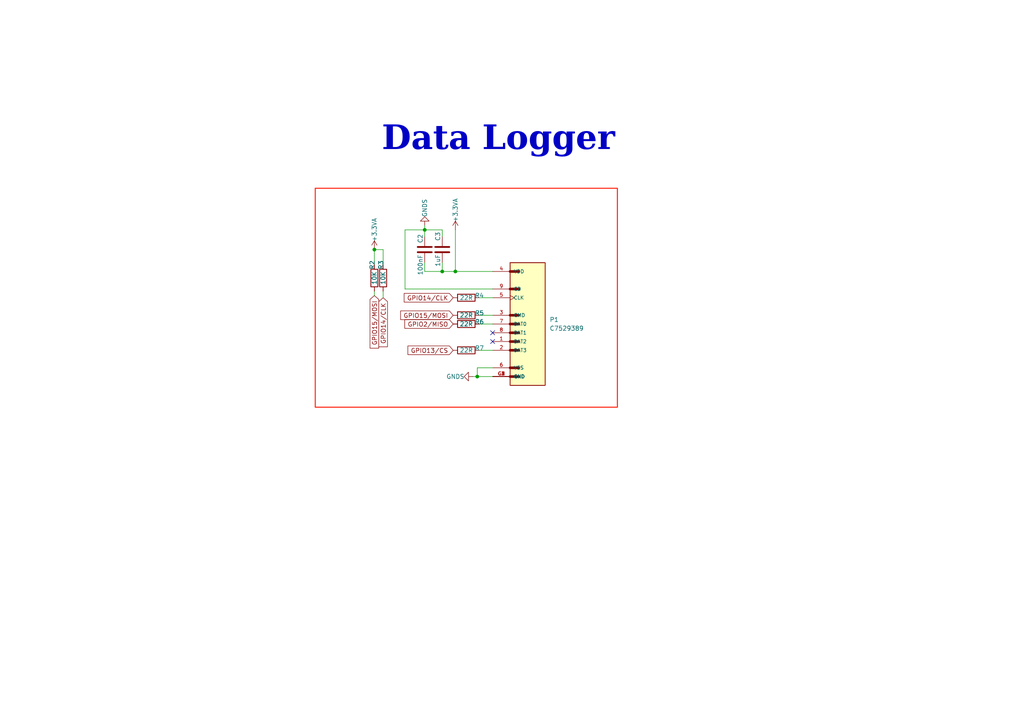
<source format=kicad_sch>
(kicad_sch (version 20231120) (generator "eeschema") (generator_version "8.0")
  (paper "A4")
  (lib_symbols
    (symbol "Device:C" (pin_numbers hide) (pin_names (offset 0.254))
      (property "Reference" "C" (at 0.635 2.54 0))
      (property "Value" "C" (at 0.635 -2.54 0))
      (symbol "C_0_1"
        (polyline (pts (xy -2.032 -0.762) (xy 2.032 -0.762)) (stroke (width 0.508)))
        (polyline (pts (xy -2.032 0.762) (xy 2.032 0.762)) (stroke (width 0.508)))
      )
      (symbol "C_1_1"
        (pin passive line (at 0 3.81 270) (length 2.794) (name "~") (number "1"))
        (pin passive line (at 0 -3.81 90) (length 2.794) (name "~") (number "2"))
      )
    )
    (symbol "Device:R" (pin_numbers hide) (pin_names (offset 0))
      (property "Reference" "R" (at 2.032 0 90))
      (property "Value" "R" (at 0 0 90))
      (symbol "R_0_1"
        (rectangle (start -1.016 -2.54) (end 1.016 2.54) (stroke (width 0.254)))
      )
      (symbol "R_1_1"
        (pin passive line (at 0 3.81 270) (length 1.27) (name "~") (number "1"))
        (pin passive line (at 0 -3.81 90) (length 1.27) (name "~") (number "2"))
      )
    )
    (symbol "ST-TF-003A:ST-TF-003A" (pin_names (offset 1.016))
      (property "Reference" "P" (at 0 17.7943 0))
      (property "Value" "ST-TF-003A" (at 0 -20.3492 0))
      (symbol "ST-TF-003A_0_0"
        (rectangle (start 0 -17.78) (end 10.16 17.78) (stroke (width 0.254)) (fill (type background)))
        (polyline (pts (xy 0 -15.24) (xy 2.54 -15.24)) (stroke (width 0.762)))
        (polyline (pts (xy 0 -12.7) (xy 2.54 -12.7)) (stroke (width 0.762)))
        (polyline (pts (xy 0 -7.62) (xy 2.54 -7.62)) (stroke (width 0.762)))
        (polyline (pts (xy 0 -5.08) (xy 2.54 -5.08)) (stroke (width 0.762)))
        (polyline (pts (xy 0 -2.54) (xy 2.54 -2.54)) (stroke (width 0.762)))
        (polyline (pts (xy 0 0) (xy 2.54 0)) (stroke (width 0.762)))
        (polyline (pts (xy 0 2.54) (xy 2.54 2.54)) (stroke (width 0.762)))
        (polyline (pts (xy 0 10.16) (xy 2.54 10.16)) (stroke (width 0.762)))
        (polyline (pts (xy 0 15.24) (xy 2.54 15.24)) (stroke (width 0.762)))
        (pin bidirectional line (at -5.08 -5.08 0) (length 5.08) (name "DAT2") (number "1"))
        (pin bidirectional line (at -5.08 -7.62 0) (length 5.08) (name "DAT3") (number "2"))
        (pin bidirectional line (at -5.08 2.54 0) (length 5.08) (name "CMD") (number "3"))
        (pin power_in line (at -5.08 15.24 0) (length 5.08) (name "VDD") (number "4"))
        (pin input clock (at -5.08 7.62 0) (length 5.08) (name "CLK") (number "5"))
        (pin passive line (at -5.08 -12.7 0) (length 5.08) (name "VSS") (number "6"))
        (pin bidirectional line (at -5.08 0 0) (length 5.08) (name "DAT0") (number "7"))
        (pin bidirectional line (at -5.08 -2.54 0) (length 5.08) (name "DAT1") (number "8"))
        (pin input line (at -5.08 10.16 0) (length 5.08) (name "CD") (number "9"))
        (pin passive line (at -5.08 -15.24 0) (length 5.08) (name "GND") (number "G1"))
        (pin passive line (at -5.08 -15.24 0) (length 5.08) (name "GND") (number "G2"))
        (pin passive line (at -5.08 -15.24 0) (length 5.08) (name "GND") (number "G3"))
        (pin passive line (at -5.08 -15.24 0) (length 5.08) (name "GND") (number "G4"))
      )
    )
    (symbol "power:+3.3VA" (power) (pin_names (offset 0))
      (property "Value" "+3.3VA" (at 0 3.556 0))
      (symbol "+3.3VA_0_1"
        (polyline (pts (xy -0.762 1.27) (xy 0 2.54)))
        (polyline (pts (xy 0 0) (xy 0 2.54)))
        (polyline (pts (xy 0 2.54) (xy 0.762 1.27)))
      )
      (symbol "+3.3VA_1_1"
        (pin power_in line (at 0 0 90) (length 0) hide (name "+3.3VA") (number "1"))
      )
    )
    (symbol "power:GNDS" (power) (pin_names (offset 0))
      (property "Value" "GNDS" (at 0 -3.81 0))
      (symbol "GNDS_0_1"
        (polyline (pts (xy 0 0) (xy 0 -1.27) (xy 1.27 -1.27) (xy 0 -2.54) (xy -1.27 -1.27) (xy 0 -1.27)))
      )
      (symbol "GNDS_1_1"
        (pin power_in line (at 0 0 270) (length 0) hide (name "GNDS") (number "1"))
      )
    )
  )
  (junction (at 132.08 78.74))
  (junction (at 123.19 66.675))
  (junction (at 138.43 109.22))
  (junction (at 128.27 78.74))
  (junction (at 108.585 72.39))
  (no_connect (at 142.875 96.52))
  (no_connect (at 142.875 99.06))
  (wire (pts (xy 139.065 91.44) (xy 142.875 91.44)))
  (wire (pts (xy 117.475 83.82) (xy 117.475 66.675)))
  (wire (pts (xy 142.875 106.68) (xy 138.43 106.68)))
  (wire (pts (xy 139.065 93.98) (xy 142.875 93.98)))
  (wire (pts (xy 123.19 68.58) (xy 123.19 66.675)))
  (wire (pts (xy 108.585 84.455) (xy 108.585 85.725)))
  (wire (pts (xy 139.065 86.36) (xy 142.875 86.36)))
  (wire (pts (xy 138.43 106.68) (xy 138.43 109.22)))
  (wire (pts (xy 132.08 78.74) (xy 142.875 78.74)))
  (wire (pts (xy 123.19 78.74) (xy 128.27 78.74)))
  (wire (pts (xy 128.27 66.675) (xy 128.27 68.58)))
  (wire (pts (xy 137.16 109.22) (xy 138.43 109.22)))
  (wire (pts (xy 139.065 101.6) (xy 142.875 101.6)))
  (wire (pts (xy 111.125 76.835) (xy 111.125 72.39)))
  (wire (pts (xy 142.875 83.82) (xy 117.475 83.82)))
  (wire (pts (xy 117.475 66.675) (xy 123.19 66.675)))
  (wire (pts (xy 123.19 65.405) (xy 123.19 66.675)))
  (wire (pts (xy 132.08 66.675) (xy 132.08 78.74)))
  (wire (pts (xy 108.585 72.39) (xy 108.585 76.835)))
  (wire (pts (xy 142.875 109.22) (xy 138.43 109.22)))
  (wire (pts (xy 123.19 76.2) (xy 123.19 78.74)))
  (wire (pts (xy 123.19 66.675) (xy 128.27 66.675)))
  (wire (pts (xy 111.125 84.455) (xy 111.125 86.36)))
  (wire (pts (xy 111.125 72.39) (xy 108.585 72.39)))
  (wire (pts (xy 128.27 76.2) (xy 128.27 78.74)))
  (wire (pts (xy 128.27 78.74) (xy 132.08 78.74)))
  (rectangle (start 91.44 54.61) (end 179.07 118.11) (stroke (width 0.3) (color 255 34 15 1)))
  (text "Data Logger" (at 110.744 46.482 0) (effects (font (size 7 7) (thickness 0.3) (bold yes)) (justify left bottom)))
  (global_label "GPIO13{slash}CS" (shape input) (at 131.445 101.6 180) (property "Intersheetrefs" "${INTERSHEET_REFS}" (effects (hide yes))))
  (global_label "GPIO2{slash}MISO" (shape input) (at 131.445 93.98 180) (property "Intersheetrefs" "${INTERSHEET_REFS}" (effects (hide yes))))
  (global_label "GPIO14{slash}CLK" (shape input) (at 111.125 86.36 270) (property "Intersheetrefs" "${INTERSHEET_REFS}" (effects (hide yes))))
  (global_label "GPIO15{slash}MOSI" (shape input) (at 108.585 85.725 270) (property "Intersheetrefs" "${INTERSHEET_REFS}" (effects (hide yes))))
  (global_label "GPIO14{slash}CLK" (shape input) (at 131.445 86.36 180) (property "Intersheetrefs" "${INTERSHEET_REFS}" (effects (hide yes))))
  (global_label "GPIO15{slash}MOSI" (shape input) (at 131.445 91.44 180) (property "Intersheetrefs" "${INTERSHEET_REFS}" (effects (hide yes))))
  (symbol (lib_id "Device:R") (at 111.125 80.645 180) (unit 1)
    (property "Reference" "R3" (at 110.49 76.835 90))
    (property "Value" "10K" (at 111.125 80.645 90))
    (property "Footprint" "Resistor_SMD:R_0603_1608Metric" (effects (hide yes)))
  )
  (symbol (lib_id "power:GNDS") (at 123.19 65.405 180) (unit 1)
    (property "Reference" "#PWR03" (effects (hide yes)))
    (property "Value" "GNDS" (at 123.19 60.325 90))
  )
  (symbol (lib_id "Device:C") (at 128.27 72.39 180) (unit 1)
    (property "Reference" "C3" (at 127 68.58 90))
    (property "Value" "1uF" (at 127 75.565 90))
    (property "Footprint" "Capacitor_SMD:C_0603_1608Metric" (effects (hide yes)))
  )
  (symbol (lib_id "Device:R") (at 135.255 91.44 90) (unit 1)
    (property "Reference" "R5" (at 139.065 90.805 90))
    (property "Value" "22R" (at 135.255 91.44 90))
    (property "Footprint" "Resistor_SMD:R_0603_1608Metric" (effects (hide yes)))
  )
  (symbol (lib_id "Device:R") (at 135.255 93.98 90) (unit 1)
    (property "Reference" "R6" (at 139.065 93.345 90))
    (property "Value" "22R" (at 135.255 93.98 90))
    (property "Footprint" "Resistor_SMD:R_0603_1608Metric" (effects (hide yes)))
  )
  (symbol (lib_id "Device:R") (at 135.255 101.6 90) (unit 1)
    (property "Reference" "R7" (at 139.065 100.965 90))
    (property "Value" "22R" (at 135.255 101.6 90))
    (property "Footprint" "Resistor_SMD:R_0603_1608Metric" (effects (hide yes)))
  )
  (symbol (lib_id "Device:C") (at 123.19 72.39 180) (unit 1)
    (property "Reference" "C2" (at 121.92 69.215 90))
    (property "Value" "100nF" (at 121.92 76.835 90))
    (property "Footprint" "Capacitor_SMD:C_0603_1608Metric" (effects (hide yes)))
  )
  (symbol (lib_id "Device:R") (at 135.255 86.36 90) (unit 1)
    (property "Reference" "R4" (at 139.065 85.725 90))
    (property "Value" "22R" (at 135.255 86.36 90))
    (property "Footprint" "Resistor_SMD:R_0603_1608Metric" (effects (hide yes)))
  )
  (symbol (lib_id "Device:R") (at 108.585 80.645 180) (unit 1)
    (property "Reference" "R2" (at 107.95 76.835 90))
    (property "Value" "10K" (at 108.585 80.645 90))
    (property "Footprint" "Resistor_SMD:R_0603_1608Metric" (effects (hide yes)))
  )
  (symbol (lib_id "power:+3.3VA") (at 108.585 72.39 0) (unit 1)
    (property "Reference" "#PWR02" (effects (hide yes)))
    (property "Value" "+3.3VA" (at 108.585 66.675 90))
  )
  (symbol (lib_id "power:GNDS") (at 137.16 109.22 270) (unit 1)
    (property "Reference" "#PWR05" (effects (hide yes)))
    (property "Value" "GNDS" (at 132.08 109.22 90))
  )
  (symbol (lib_id "power:+3.3VA") (at 132.08 66.675 0) (unit 1)
    (property "Reference" "#PWR04" (effects (hide yes)))
    (property "Value" "+3.3VA" (at 132.08 60.96 90))
  )
  (symbol (lib_id "ST-TF-003A:ST-TF-003A") (at 147.955 93.98 0) (unit 1)
    (property "Reference" "P1" (at 159.385 92.71 0) (effects (justify left)))
    (property "Value" "C7529389" (at 159.385 95.25 0) (effects (justify left)))
    (property "Footprint" "ST-TF-003A:SUNTECH_ST-TF-003A" (effects (hide yes)))
    (property "Description" "\nMicro SD Card Socket\n" (effects (hide yes)))
    (property "MF" "Suntech" (effects (hide yes)))
    (property "Package" "None" (effects (hide yes)))
    (property "Price" "None" (effects (hide yes)))
    (property "Check_prices" "https://www.snapeda.com/parts/ST-TF-003A/Suntech/view-part/?ref=eda" (effects (hide yes)))
    (property "SnapEDA_Link" "https://www.snapeda.com/parts/ST-TF-003A/Suntech/view-part/?ref=snap" (effects (hide yes)))
    (property "MP" "ST-TF-003A" (effects (hide yes)))
    (property "Availability" "Not in stock" (effects (hide yes)))
    (property "MANUFACTURER" "Suntech" (effects (hide yes)))
  )
)
</source>
